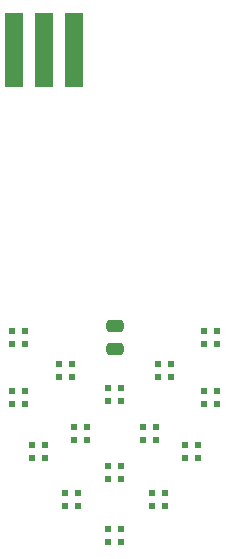
<source format=gbr>
G04 #@! TF.GenerationSoftware,KiCad,Pcbnew,(5.99.0-10027-g0561ce903e)*
G04 #@! TF.CreationDate,2021-10-10T12:50:56-07:00*
G04 #@! TF.ProjectId,scale_cca,7363616c-655f-4636-9361-2e6b69636164,v1r0*
G04 #@! TF.SameCoordinates,Original*
G04 #@! TF.FileFunction,Paste,Top*
G04 #@! TF.FilePolarity,Positive*
%FSLAX46Y46*%
G04 Gerber Fmt 4.6, Leading zero omitted, Abs format (unit mm)*
G04 Created by KiCad (PCBNEW (5.99.0-10027-g0561ce903e)) date 2021-10-10 12:50:56*
%MOMM*%
%LPD*%
G01*
G04 APERTURE LIST*
G04 Aperture macros list*
%AMRoundRect*
0 Rectangle with rounded corners*
0 $1 Rounding radius*
0 $2 $3 $4 $5 $6 $7 $8 $9 X,Y pos of 4 corners*
0 Add a 4 corners polygon primitive as box body*
4,1,4,$2,$3,$4,$5,$6,$7,$8,$9,$2,$3,0*
0 Add four circle primitives for the rounded corners*
1,1,$1+$1,$2,$3*
1,1,$1+$1,$4,$5*
1,1,$1+$1,$6,$7*
1,1,$1+$1,$8,$9*
0 Add four rect primitives between the rounded corners*
20,1,$1+$1,$2,$3,$4,$5,0*
20,1,$1+$1,$4,$5,$6,$7,0*
20,1,$1+$1,$6,$7,$8,$9,0*
20,1,$1+$1,$8,$9,$2,$3,0*%
G04 Aperture macros list end*
%ADD10R,0.600000X0.600000*%
%ADD11R,1.500000X6.250000*%
%ADD12RoundRect,0.250000X0.475000X-0.250000X0.475000X0.250000X-0.475000X0.250000X-0.475000X-0.250000X0*%
G04 APERTURE END LIST*
D10*
X41253500Y-44365000D03*
X41253500Y-43265000D03*
X40153500Y-43265000D03*
X40153500Y-44365000D03*
D11*
X33083500Y-16637000D03*
D10*
X34141500Y-49699000D03*
X34141500Y-48599000D03*
X33041500Y-48599000D03*
X33041500Y-49699000D03*
X30585500Y-51223000D03*
X30585500Y-50123000D03*
X29485500Y-50123000D03*
X29485500Y-51223000D03*
X32871500Y-44365000D03*
X32871500Y-43265000D03*
X31771500Y-43265000D03*
X31771500Y-44365000D03*
X39983500Y-49699000D03*
X39983500Y-48599000D03*
X38883500Y-48599000D03*
X38883500Y-49699000D03*
X45190500Y-46651000D03*
X45190500Y-45551000D03*
X44090500Y-45551000D03*
X44090500Y-46651000D03*
D11*
X30543500Y-16637000D03*
D10*
X28934500Y-41571000D03*
X28934500Y-40471000D03*
X27834500Y-40471000D03*
X27834500Y-41571000D03*
X33379500Y-55287000D03*
X33379500Y-54187000D03*
X32279500Y-54187000D03*
X32279500Y-55287000D03*
D12*
X36512500Y-41971000D03*
X36512500Y-40071000D03*
D10*
X37062500Y-53001000D03*
X37062500Y-51901000D03*
X35962500Y-51901000D03*
X35962500Y-53001000D03*
X37062500Y-58335000D03*
X37062500Y-57235000D03*
X35962500Y-57235000D03*
X35962500Y-58335000D03*
X37062500Y-46397000D03*
X37062500Y-45297000D03*
X35962500Y-45297000D03*
X35962500Y-46397000D03*
X45190500Y-41571000D03*
X45190500Y-40471000D03*
X44090500Y-40471000D03*
X44090500Y-41571000D03*
X28934500Y-46651000D03*
X28934500Y-45551000D03*
X27834500Y-45551000D03*
X27834500Y-46651000D03*
X40745500Y-55287000D03*
X40745500Y-54187000D03*
X39645500Y-54187000D03*
X39645500Y-55287000D03*
D11*
X28003500Y-16637000D03*
D10*
X43539500Y-51223000D03*
X43539500Y-50123000D03*
X42439500Y-50123000D03*
X42439500Y-51223000D03*
M02*

</source>
